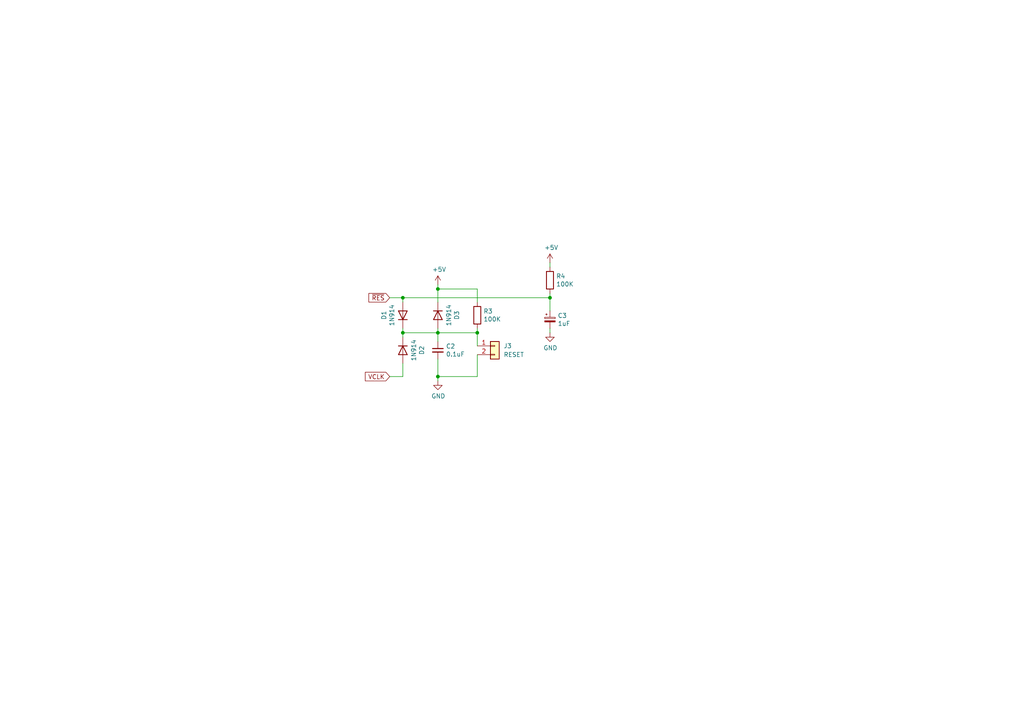
<source format=kicad_sch>
(kicad_sch (version 20231120) (generator "eeschema") (generator_version "8.0")
  (paper "A4")
  (lib_symbols
    (symbol "Connector_Generic:Conn_01x02" (pin_names (offset 1.016) hide)
      (property "Reference" "J" (at 0 2.54 0))
      (property "Value" "Conn_01x02" (at 0 -5.08 0))
      (symbol "Conn_01x02_1_1"
        (rectangle (start -1.27 -2.413) (end 0 -2.667) (stroke (width 0.1524)))
        (rectangle (start -1.27 0.127) (end 0 -0.127) (stroke (width 0.1524)))
        (rectangle (start -1.27 1.27) (end 1.27 -3.81) (stroke (width 0.254)) (fill (type background)))
        (pin passive line (at -5.08 0 0) (length 3.81) (name "Pin_1") (number "1"))
        (pin passive line (at -5.08 -2.54 0) (length 3.81) (name "Pin_2") (number "2"))
      )
    )
    (symbol "Device:CP_Small" (pin_numbers hide) (pin_names (offset 0.254) hide)
      (property "Reference" "C" (at 0.254 1.778 0))
      (property "Value" "Device_CP_Small" (at 0.254 -2.032 0))
      (symbol "CP_Small_0_1"
        (rectangle (start -1.524 -0.3048) (end 1.524 -0.6858) (fill (type outline)))
        (rectangle (start -1.524 0.6858) (end 1.524 0.3048))
        (polyline (pts (xy -1.27 1.524) (xy -0.762 1.524)))
        (polyline (pts (xy -1.016 1.27) (xy -1.016 1.778)))
      )
      (symbol "CP_Small_1_1"
        (pin passive line (at 0 2.54 270) (length 1.8542) (name "~") (number "1"))
        (pin passive line (at 0 -2.54 90) (length 1.8542) (name "~") (number "2"))
      )
    )
    (symbol "Device:C_Small" (pin_numbers hide) (pin_names (offset 0.254) hide)
      (property "Reference" "C" (at 0.254 1.778 0))
      (property "Value" "C_Small" (at 0.254 -2.032 0))
      (symbol "C_Small_0_1"
        (polyline (pts (xy -1.524 -0.508) (xy 1.524 -0.508)) (stroke (width 0.3302)))
        (polyline (pts (xy -1.524 0.508) (xy 1.524 0.508)) (stroke (width 0.3048)))
      )
      (symbol "C_Small_1_1"
        (pin passive line (at 0 2.54 270) (length 2.032) (name "~") (number "1"))
        (pin passive line (at 0 -2.54 90) (length 2.032) (name "~") (number "2"))
      )
    )
    (symbol "Device:R" (pin_numbers hide) (pin_names (offset 0))
      (property "Reference" "R" (at 2.032 0 90))
      (property "Value" "R" (at 0 0 90))
      (symbol "R_0_1"
        (rectangle (start -1.016 -2.54) (end 1.016 2.54) (stroke (width 0.254)))
      )
      (symbol "R_1_1"
        (pin passive line (at 0 3.81 270) (length 1.27) (name "~") (number "1"))
        (pin passive line (at 0 -3.81 90) (length 1.27) (name "~") (number "2"))
      )
    )
    (symbol "Diode:1N914" (pin_numbers hide) (pin_names (offset 1.016) hide)
      (property "Reference" "D" (at 0 2.54 0))
      (property "Value" "1N914" (at 0 -2.54 0))
      (symbol "1N914_0_1"
        (polyline (pts (xy -1.27 1.27) (xy -1.27 -1.27)) (stroke (width 0.254)))
        (polyline (pts (xy 1.27 0) (xy -1.27 0)))
        (polyline (pts (xy 1.27 1.27) (xy 1.27 -1.27) (xy -1.27 0) (xy 1.27 1.27)) (stroke (width 0.254)))
      )
      (symbol "1N914_1_1"
        (pin passive line (at -3.81 0 0) (length 2.54) (name "K") (number "1"))
        (pin passive line (at 3.81 0 180) (length 2.54) (name "A") (number "2"))
      )
    )
    (symbol "power:+5V" (power) (pin_names (offset 0))
      (property "Value" "+5V" (at 0 3.556 0))
      (symbol "+5V_0_1"
        (polyline (pts (xy -0.762 1.27) (xy 0 2.54)))
        (polyline (pts (xy 0 0) (xy 0 2.54)))
        (polyline (pts (xy 0 2.54) (xy 0.762 1.27)))
      )
      (symbol "+5V_1_1"
        (pin power_in line (at 0 0 90) (length 0) hide (name "+5V") (number "1"))
      )
    )
    (symbol "power:GND" (power) (pin_names (offset 0))
      (property "Value" "GND" (at 0 -3.81 0))
      (symbol "GND_0_1"
        (polyline (pts (xy 0 0) (xy 0 -1.27) (xy 1.27 -1.27) (xy 0 -2.54) (xy -1.27 -1.27) (xy 0 -1.27)))
      )
      (symbol "GND_1_1"
        (pin power_in line (at 0 0 270) (length 0) hide (name "GND") (number "1"))
      )
    )
  )
  (junction (at 159.512 86.36))
  (junction (at 116.84 86.36))
  (junction (at 127 96.52))
  (junction (at 127 109.22))
  (junction (at 116.84 96.52))
  (junction (at 127 83.82))
  (junction (at 138.43 96.52))
  (wire (pts (xy 116.84 96.52) (xy 116.84 97.79)))
  (wire (pts (xy 127 96.52) (xy 127 95.25)))
  (wire (pts (xy 138.43 102.87) (xy 138.43 109.22)))
  (wire (pts (xy 116.84 96.52) (xy 127 96.52)))
  (wire (pts (xy 127 87.63) (xy 127 83.82)))
  (wire (pts (xy 159.512 95.25) (xy 159.512 96.52)))
  (wire (pts (xy 127 109.22) (xy 127 104.14)))
  (wire (pts (xy 127 83.82) (xy 127 82.55)))
  (wire (pts (xy 159.512 85.09) (xy 159.512 86.36)))
  (wire (pts (xy 138.43 96.52) (xy 127 96.52)))
  (wire (pts (xy 159.512 77.47) (xy 159.512 76.2)))
  (wire (pts (xy 138.43 95.25) (xy 138.43 96.52)))
  (wire (pts (xy 127 96.52) (xy 127 99.06)))
  (wire (pts (xy 138.43 109.22) (xy 127 109.22)))
  (wire (pts (xy 116.84 105.41) (xy 116.84 109.22)))
  (wire (pts (xy 127 109.22) (xy 127 110.49)))
  (wire (pts (xy 116.84 86.36) (xy 159.512 86.36)))
  (wire (pts (xy 116.84 109.22) (xy 113.03 109.22)))
  (wire (pts (xy 159.512 86.36) (xy 159.512 90.17)))
  (wire (pts (xy 138.43 83.82) (xy 138.43 87.63)))
  (wire (pts (xy 116.84 86.36) (xy 113.03 86.36)))
  (wire (pts (xy 127 83.82) (xy 138.43 83.82)))
  (wire (pts (xy 138.43 96.52) (xy 138.43 100.33)))
  (wire (pts (xy 116.84 86.36) (xy 116.84 87.63)))
  (wire (pts (xy 116.84 95.25) (xy 116.84 96.52)))
  (global_label "~{RES}" (shape input) (at 113.03 86.36 180) (property "Intersheetrefs" "${INTERSHEET_REFS}" (effects (hide yes))))
  (global_label "VCLK" (shape input) (at 113.03 109.22 180) (property "Intersheetrefs" "${INTERSHEET_REFS}" (effects (hide yes))))
  (symbol (lib_id "Device:C_Small") (at 127 101.6 0) (unit 1)
    (property "Reference" "C2" (at 129.3368 100.4316 0) (effects (justify left)))
    (property "Value" "0.1uF" (at 129.3368 102.743 0) (effects (justify left)))
    (property "Footprint" "Capacitor_THT:C_Disc_D4.3mm_W1.9mm_P5.00mm" (effects (hide yes)))
    (property "Datasheet" "https://www.vishay.com/docs/45171/kseries.pdf" (effects (hide yes)))
    (property "DigiKey" "399-C0805C104K4RAC7800CT-ND" (effects (hide yes)))
  )
  (symbol (lib_id "Device:R") (at 138.43 91.44 0) (unit 1)
    (property "Reference" "R3" (at 140.208 90.2716 0) (effects (justify left)))
    (property "Value" "100K" (at 140.208 92.583 0) (effects (justify left)))
    (property "Footprint" "Resistor_THT:R_Axial_DIN0204_L3.6mm_D1.6mm_P2.54mm_Vertical" (effects (hide yes)))
    (property "DigiKey" "738-RNCF0805DTE100KCT-ND" (effects (hide yes)))
  )
  (symbol (lib_id "Diode:1N914") (at 116.84 91.44 90) (unit 1)
    (property "Reference" "D1" (at 111.3536 91.44 0))
    (property "Value" "1N914" (at 113.665 91.44 0))
    (property "Footprint" "Diode_THT:D_DO-34_SOD68_P7.62mm_Horizontal" (effects (hide yes)))
    (property "Datasheet" "http://www.vishay.com/docs/85622/1n914.pdf" (effects (hide yes)))
    (property "DigiKey" "1N914FS-ND" (effects (hide yes)))
  )
  (symbol (lib_id "power:GND") (at 127 110.49 0) (unit 1)
    (property "Reference" "#PWR056" (effects (hide yes)))
    (property "Value" "GND" (at 127.127 114.8842 0))
  )
  (symbol (lib_id "power:GND") (at 159.512 96.52 0) (unit 1)
    (property "Reference" "#PWR058" (effects (hide yes)))
    (property "Value" "GND" (at 159.639 100.9142 0))
  )
  (symbol (lib_id "Diode:1N914") (at 127 91.44 270) (unit 1)
    (property "Reference" "D3" (at 132.4864 91.44 0))
    (property "Value" "1N914" (at 130.175 91.44 0))
    (property "Footprint" "Diode_THT:D_DO-34_SOD68_P7.62mm_Horizontal" (effects (hide yes)))
    (property "Datasheet" "http://www.vishay.com/docs/85622/1n914.pdf" (effects (hide yes)))
    (property "DigiKey" "1N914FS-ND" (effects (hide yes)))
  )
  (symbol (lib_id "Device:CP_Small") (at 159.512 92.71 0) (unit 1)
    (property "Reference" "C3" (at 161.7472 91.5416 0) (effects (justify left)))
    (property "Value" "1uF" (at 161.7472 93.853 0) (effects (justify left)))
    (property "Footprint" "Capacitor_THT:CP_Radial_D8.0mm_P5.00mm" (effects (hide yes)))
    (property "Datasheet" "https://www.we-online.com/katalog/datasheet/860020772005.pdf" (effects (hide yes)))
    (property "DigiKey" "732-8541-1-ND" (effects (hide yes)))
  )
  (symbol (lib_id "power:+5V") (at 159.512 76.2 0) (unit 1)
    (property "Reference" "#PWR057" (effects (hide yes)))
    (property "Value" "+5V" (at 159.893 71.8058 0))
  )
  (symbol (lib_id "Connector_Generic:Conn_01x02") (at 143.51 100.33 0) (unit 1)
    (property "Reference" "J3" (at 146.05 100.3299 0) (effects (justify left)))
    (property "Value" "RESET" (at 146.05 102.8699 0) (effects (justify left)))
    (property "Footprint" "Connector_PinHeader_2.54mm:PinHeader_1x02_P2.54mm_Vertical" (effects (hide yes)))
    (property "Description" "Generic connector, single row, 01x02, script generated (kicad-library-utils/schlib/autogen/connector/)" (effects (hide yes)))
  )
  (symbol (lib_id "power:+5V") (at 127 82.55 0) (unit 1)
    (property "Reference" "#PWR055" (effects (hide yes)))
    (property "Value" "+5V" (at 127.381 78.1558 0))
  )
  (symbol (lib_id "Diode:1N914") (at 116.84 101.6 270) (unit 1)
    (property "Reference" "D2" (at 122.3264 101.6 0))
    (property "Value" "1N914" (at 120.015 101.6 0))
    (property "Footprint" "Diode_THT:D_DO-34_SOD68_P7.62mm_Horizontal" (effects (hide yes)))
    (property "Datasheet" "http://www.vishay.com/docs/85622/1n914.pdf" (effects (hide yes)))
    (property "DigiKey" "1N914FS-ND" (effects (hide yes)))
  )
  (symbol (lib_id "Device:R") (at 159.512 81.28 0) (unit 1)
    (property "Reference" "R4" (at 161.29 80.1116 0) (effects (justify left)))
    (property "Value" "100K" (at 161.29 82.423 0) (effects (justify left)))
    (property "Footprint" "Resistor_THT:R_Axial_DIN0204_L3.6mm_D1.6mm_P2.54mm_Vertical" (effects (hide yes)))
    (property "DigiKey" "738-RNCF0805DTE100KCT-ND" (effects (hide yes)))
  )
)
</source>
